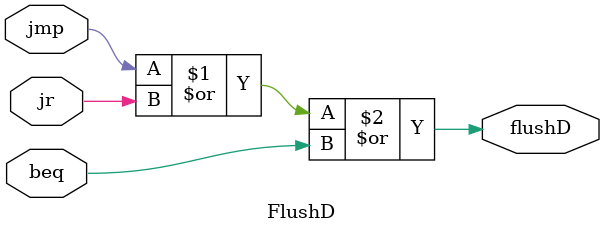
<source format=v>
`timescale 1ns / 1ps

module IF_ID_REG (
    input[31:0] instrF,
    input stallD,
    input[31:0] PCplusF,
    input flushD,
    input clk,
    input reset,
    output [31:0] instrD,
    output [31:0] PCplusD
);

    initial begin
        owninstr = 0;
        ownpcplus = 0;
        flg = 0;
        isStall = 0;
        lastinstr = 0;
        lastpcplus = 0;
    end
    
    reg[31:0] owninstr;
    reg[31:0] ownpcplus;
    reg flg = 0;
    reg isStall = 0;
    reg[31:0] lastinstr;
    reg[31:0] lastpcplus;
    always @(posedge clk)
    begin
        if (flushD) //nop
        begin
            owninstr <= 0;
            ownpcplus <= 0;
        end
        else if(!stallD)//stall
        begin
           if(reset)
            begin
                owninstr = 0;
                ownpcplus = 0;
            end
            else begin
                lastinstr = owninstr;
                lastpcplus = ownpcplus;

                owninstr = instrF;
                ownpcplus = PCplusF;
            end
        end
        else
        begin
            isStall <= 1;
        end
    end
    assign instrD = isStall ? (owninstr) : (owninstr);
    assign PCplusD = isStall ? (ownpcplus) : (ownpcplus);
endmodule

module FlushD (
    input jmp,
    input jr,
    input beq,
    output flushD
);
    assign flushD = jmp | jr | beq;
endmodule
</source>
